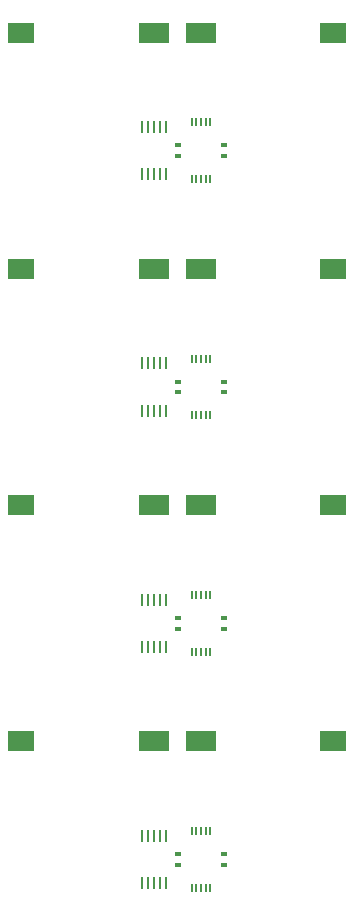
<source format=gtp>
G04 (created by PCBNEW (2013-04-21 BZR 4107)-testing) date Thursday, 06 June 2013 16:04:59*
%MOIN*%
G04 Gerber Fmt 3.4, Leading zero omitted, Abs format*
%FSLAX34Y34*%
G01*
G70*
G90*
G04 APERTURE LIST*
%ADD10C,0*%
%ADD11R,0.00748031X0.0299213*%
%ADD12R,0.0208661X0.0181102*%
%ADD13R,0.00826772X0.0417323*%
%ADD14R,0.0866142X0.0708661*%
%ADD15R,0.102362X0.0708661*%
G04 APERTURE END LIST*
G54D10*
G54D11*
X53779Y-49251D03*
X53622Y-49251D03*
X53937Y-49251D03*
X54094Y-49251D03*
X54251Y-49251D03*
X54251Y-51141D03*
X54094Y-51141D03*
X53937Y-51141D03*
X53779Y-51141D03*
X53622Y-51141D03*
G54D12*
X54690Y-50019D03*
X54690Y-50374D03*
X53183Y-50019D03*
X53183Y-50374D03*
G54D13*
X52165Y-25787D03*
X51968Y-25787D03*
X52362Y-25787D03*
X52559Y-25787D03*
X52755Y-25787D03*
X52755Y-27362D03*
X52559Y-27362D03*
X52362Y-27362D03*
X52165Y-27362D03*
X51968Y-27362D03*
X52165Y-33661D03*
X51968Y-33661D03*
X52362Y-33661D03*
X52559Y-33661D03*
X52755Y-33661D03*
X52755Y-35236D03*
X52559Y-35236D03*
X52362Y-35236D03*
X52165Y-35236D03*
X51968Y-35236D03*
X52165Y-41535D03*
X51968Y-41535D03*
X52362Y-41535D03*
X52559Y-41535D03*
X52755Y-41535D03*
X52755Y-43110D03*
X52559Y-43110D03*
X52362Y-43110D03*
X52165Y-43110D03*
X51968Y-43110D03*
X52165Y-49409D03*
X51968Y-49409D03*
X52362Y-49409D03*
X52559Y-49409D03*
X52755Y-49409D03*
X52755Y-50984D03*
X52559Y-50984D03*
X52362Y-50984D03*
X52165Y-50984D03*
X51968Y-50984D03*
G54D11*
X53779Y-25629D03*
X53622Y-25629D03*
X53937Y-25629D03*
X54094Y-25629D03*
X54251Y-25629D03*
X54251Y-27519D03*
X54094Y-27519D03*
X53937Y-27519D03*
X53779Y-27519D03*
X53622Y-27519D03*
G54D12*
X54690Y-26397D03*
X54690Y-26751D03*
X53183Y-26397D03*
X53183Y-26751D03*
G54D11*
X53779Y-33503D03*
X53622Y-33503D03*
X53937Y-33503D03*
X54094Y-33503D03*
X54251Y-33503D03*
X54251Y-35393D03*
X54094Y-35393D03*
X53937Y-35393D03*
X53779Y-35393D03*
X53622Y-35393D03*
G54D12*
X54690Y-34271D03*
X54690Y-34625D03*
X53183Y-34271D03*
X53183Y-34625D03*
G54D11*
X53779Y-41377D03*
X53622Y-41377D03*
X53937Y-41377D03*
X54094Y-41377D03*
X54251Y-41377D03*
X54251Y-43267D03*
X54094Y-43267D03*
X53937Y-43267D03*
X53779Y-43267D03*
X53622Y-43267D03*
G54D12*
X54690Y-42145D03*
X54690Y-42500D03*
X53183Y-42145D03*
X53183Y-42500D03*
G54D14*
X58346Y-30511D03*
G54D15*
X53937Y-30511D03*
G54D14*
X58346Y-22637D03*
G54D15*
X53937Y-22637D03*
G54D14*
X47952Y-30511D03*
G54D15*
X52362Y-30511D03*
G54D14*
X58346Y-46259D03*
G54D15*
X53937Y-46259D03*
G54D14*
X47952Y-22637D03*
G54D15*
X52362Y-22637D03*
G54D14*
X58346Y-38385D03*
G54D15*
X53937Y-38385D03*
G54D14*
X47952Y-46259D03*
G54D15*
X52362Y-46259D03*
G54D14*
X47952Y-38385D03*
G54D15*
X52362Y-38385D03*
M02*

</source>
